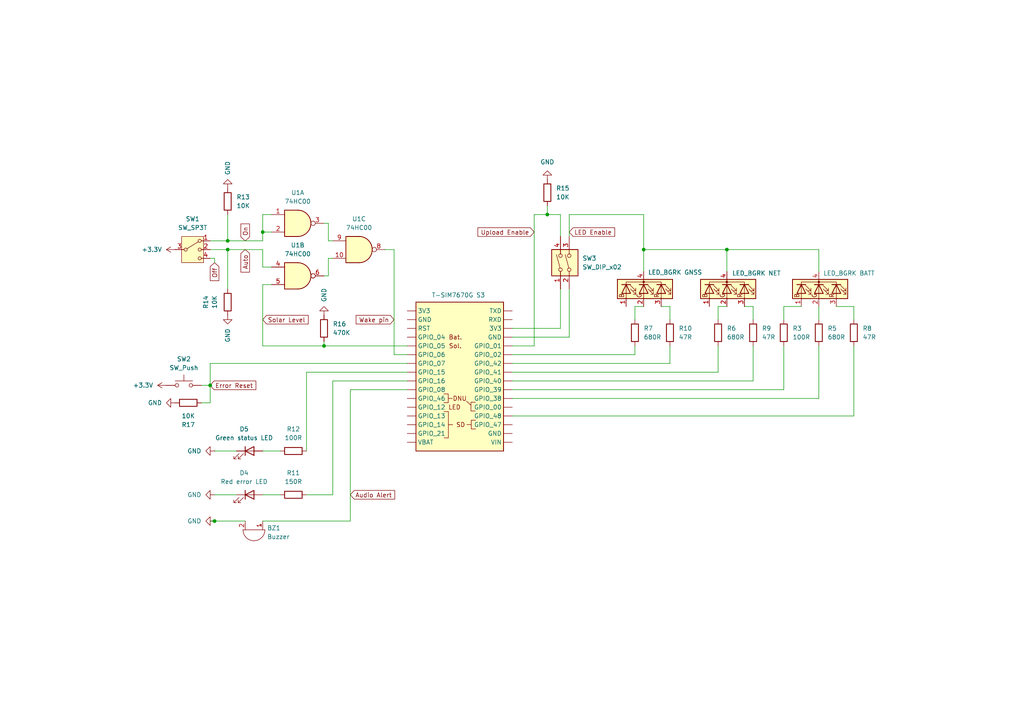
<source format=kicad_sch>
(kicad_sch (version 20250114) (generator "eeschema") (generator_version "9.0")
  (paper "A4")
  (title_block (title "Trip Tracker Schematic") (date "2025-04-05") (rev "1"))
  (lib_symbols
    (symbol "74xx:74HC00" (pin_names (offset 1.016))
      (property "Reference" "U" (at 0 1.27 0))
      (property "Value" "74HC00" (at 0 -1.27 0))
      (symbol "74HC00_1_1"
        (arc (start 0 3.81) (mid 3.7934 0) (end 0 -3.81) (stroke (width 0.254)) (fill (type background)))
        (polyline (pts (xy 0 3.81) (xy -3.81 3.81) (xy -3.81 -3.81) (xy 0 -3.81)) (stroke (width 0.254)) (fill (type background)))
        (pin input line (at -7.62 2.54 0) (length 3.81) (name "~") (number "1"))
        (pin input line (at -7.62 -2.54 0) (length 3.81) (name "~") (number "2"))
        (pin output inverted (at 7.62 0 180) (length 3.81) (name "~") (number "3"))
      )
      (symbol "74HC00_1_2"
        (arc (start -3.81 3.81) (mid -2.589 0) (end -3.81 -3.81) (stroke (width 0.254)))
        (polyline (pts (xy -3.81 3.81) (xy -0.635 3.81)) (stroke (width 0.254)) (fill (type background)))
        (polyline (pts (xy -3.81 -3.81) (xy -0.635 -3.81)) (stroke (width 0.254)) (fill (type background)))
        (arc (start 3.81 0) (mid 2.1855 -2.584) (end -0.6096 -3.81) (stroke (width 0.254)) (fill (type background)))
        (arc (start -0.6096 3.81) (mid 2.1928 2.5924) (end 3.81 0) (stroke (width 0.254)) (fill (type background)))
        (polyline (pts (xy -0.635 3.81) (xy -3.81 3.81) (xy -3.81 3.81) (xy -3.556 3.4036) (xy -3.0226 2.2606) (xy -2.6924 1.0414) (xy -2.6162 -0.254) (xy -2.7686 -1.4986) (xy -3.175 -2.7178) (xy -3.81 -3.81) (xy -3.81 -3.81) (xy -0.635 -3.81)) (stroke (width -25.4)) (fill (type background)))
        (pin input inverted (at -7.62 2.54 0) (length 4.318) (name "~") (number "1"))
        (pin input inverted (at -7.62 -2.54 0) (length 4.318) (name "~") (number "2"))
        (pin output line (at 7.62 0 180) (length 3.81) (name "~") (number "3"))
      )
      (symbol "74HC00_2_1"
        (arc (start 0 3.81) (mid 3.7934 0) (end 0 -3.81) (stroke (width 0.254)) (fill (type background)))
        (polyline (pts (xy 0 3.81) (xy -3.81 3.81) (xy -3.81 -3.81) (xy 0 -3.81)) (stroke (width 0.254)) (fill (type background)))
        (pin input line (at -7.62 2.54 0) (length 3.81) (name "~") (number "4"))
        (pin input line (at -7.62 -2.54 0) (length 3.81) (name "~") (number "5"))
        (pin output inverted (at 7.62 0 180) (length 3.81) (name "~") (number "6"))
      )
      (symbol "74HC00_2_2"
        (arc (start -3.81 3.81) (mid -2.589 0) (end -3.81 -3.81) (stroke (width 0.254)))
        (polyline (pts (xy -3.81 3.81) (xy -0.635 3.81)) (stroke (width 0.254)) (fill (type background)))
        (polyline (pts (xy -3.81 -3.81) (xy -0.635 -3.81)) (stroke (width 0.254)) (fill (type background)))
        (arc (start 3.81 0) (mid 2.1855 -2.584) (end -0.6096 -3.81) (stroke (width 0.254)) (fill (type background)))
        (arc (start -0.6096 3.81) (mid 2.1928 2.5924) (end 3.81 0) (stroke (width 0.254)) (fill (type background)))
        (polyline (pts (xy -0.635 3.81) (xy -3.81 3.81) (xy -3.81 3.81) (xy -3.556 3.4036) (xy -3.0226 2.2606) (xy -2.6924 1.0414) (xy -2.6162 -0.254) (xy -2.7686 -1.4986) (xy -3.175 -2.7178) (xy -3.81 -3.81) (xy -3.81 -3.81) (xy -0.635 -3.81)) (stroke (width -25.4)) (fill (type background)))
        (pin input inverted (at -7.62 2.54 0) (length 4.318) (name "~") (number "4"))
        (pin input inverted (at -7.62 -2.54 0) (length 4.318) (name "~") (number "5"))
        (pin output line (at 7.62 0 180) (length 3.81) (name "~") (number "6"))
      )
      (symbol "74HC00_3_1"
        (arc (start 0 3.81) (mid 3.7934 0) (end 0 -3.81) (stroke (width 0.254)) (fill (type background)))
        (polyline (pts (xy 0 3.81) (xy -3.81 3.81) (xy -3.81 -3.81) (xy 0 -3.81)) (stroke (width 0.254)) (fill (type background)))
        (pin input line (at -7.62 2.54 0) (length 3.81) (name "~") (number "9"))
        (pin input line (at -7.62 -2.54 0) (length 3.81) (name "~") (number "10"))
        (pin output inverted (at 7.62 0 180) (length 3.81) (name "~") (number "8"))
      )
      (symbol "74HC00_3_2"
        (arc (start -3.81 3.81) (mid -2.589 0) (end -3.81 -3.81) (stroke (width 0.254)))
        (polyline (pts (xy -3.81 3.81) (xy -0.635 3.81)) (stroke (width 0.254)) (fill (type background)))
        (polyline (pts (xy -3.81 -3.81) (xy -0.635 -3.81)) (stroke (width 0.254)) (fill (type background)))
        (arc (start 3.81 0) (mid 2.1855 -2.584) (end -0.6096 -3.81) (stroke (width 0.254)) (fill (type background)))
        (arc (start -0.6096 3.81) (mid 2.1928 2.5924) (end 3.81 0) (stroke (width 0.254)) (fill (type background)))
        (polyline (pts (xy -0.635 3.81) (xy -3.81 3.81) (xy -3.81 3.81) (xy -3.556 3.4036) (xy -3.0226 2.2606) (xy -2.6924 1.0414) (xy -2.6162 -0.254) (xy -2.7686 -1.4986) (xy -3.175 -2.7178) (xy -3.81 -3.81) (xy -3.81 -3.81) (xy -0.635 -3.81)) (stroke (width -25.4)) (fill (type background)))
        (pin input inverted (at -7.62 2.54 0) (length 4.318) (name "~") (number "9"))
        (pin input inverted (at -7.62 -2.54 0) (length 4.318) (name "~") (number "10"))
        (pin output line (at 7.62 0 180) (length 3.81) (name "~") (number "8"))
      )
      (symbol "74HC00_4_1"
        (arc (start 0 3.81) (mid 3.7934 0) (end 0 -3.81) (stroke (width 0.254)) (fill (type background)))
        (polyline (pts (xy 0 3.81) (xy -3.81 3.81) (xy -3.81 -3.81) (xy 0 -3.81)) (stroke (width 0.254)) (fill (type background)))
        (pin input line (at -7.62 2.54 0) (length 3.81) (name "~") (number "12"))
        (pin input line (at -7.62 -2.54 0) (length 3.81) (name "~") (number "13"))
        (pin output inverted (at 7.62 0 180) (length 3.81) (name "~") (number "11"))
      )
      (symbol "74HC00_4_2"
        (arc (start -3.81 3.81) (mid -2.589 0) (end -3.81 -3.81) (stroke (width 0.254)))
        (polyline (pts (xy -3.81 3.81) (xy -0.635 3.81)) (stroke (width 0.254)) (fill (type background)))
        (polyline (pts (xy -3.81 -3.81) (xy -0.635 -3.81)) (stroke (width 0.254)) (fill (type background)))
        (arc (start 3.81 0) (mid 2.1855 -2.584) (end -0.6096 -3.81) (stroke (width 0.254)) (fill (type background)))
        (arc (start -0.6096 3.81) (mid 2.1928 2.5924) (end 3.81 0) (stroke (width 0.254)) (fill (type background)))
        (polyline (pts (xy -0.635 3.81) (xy -3.81 3.81) (xy -3.81 3.81) (xy -3.556 3.4036) (xy -3.0226 2.2606) (xy -2.6924 1.0414) (xy -2.6162 -0.254) (xy -2.7686 -1.4986) (xy -3.175 -2.7178) (xy -3.81 -3.81) (xy -3.81 -3.81) (xy -0.635 -3.81)) (stroke (width -25.4)) (fill (type background)))
        (pin input inverted (at -7.62 2.54 0) (length 4.318) (name "~") (number "12"))
        (pin input inverted (at -7.62 -2.54 0) (length 4.318) (name "~") (number "13"))
        (pin output line (at 7.62 0 180) (length 3.81) (name "~") (number "11"))
      )
      (symbol "74HC00_5_0"
        (pin power_in line (at 0 12.7 270) (length 5.08) (name "VCC") (number "14"))
        (pin power_in line (at 0 -12.7 90) (length 5.08) (name "GND") (number "7"))
      )
      (symbol "74HC00_5_1"
        (rectangle (start -5.08 7.62) (end 5.08 -7.62) (stroke (width 0.254)) (fill (type background)))
      )
    )
    (symbol "Device:Buzzer" (pin_names (offset 0.0254) (hide yes))
      (property "Reference" "BZ" (at 3.81 1.27 0))
      (property "Value" "Buzzer" (at 3.81 -1.27 0))
      (symbol "Buzzer_0_1"
        (polyline (pts (xy -1.651 1.905) (xy -1.143 1.905)))
        (polyline (pts (xy -1.397 2.159) (xy -1.397 1.651)))
        (arc (start 0 3.175) (mid 3.1612 0) (end 0 -3.175))
        (polyline (pts (xy 0 3.175) (xy 0 -3.175)))
      )
      (symbol "Buzzer_1_1"
        (pin passive line (at -2.54 2.54 0) (length 2.54) (name "+") (number "1"))
        (pin passive line (at -2.54 -2.54 0) (length 2.54) (name "-") (number "2"))
      )
    )
    (symbol "Device:LED" (pin_numbers (hide yes)) (pin_names (offset 1.016) (hide yes))
      (property "Reference" "D" (at 0 2.54 0))
      (property "Value" "LED" (at 0 -2.54 0))
      (symbol "LED_0_1"
        (polyline (pts (xy -3.048 -0.762) (xy -4.572 -2.286) (xy -3.81 -2.286) (xy -4.572 -2.286) (xy -4.572 -1.524)))
        (polyline (pts (xy -1.778 -0.762) (xy -3.302 -2.286) (xy -2.54 -2.286) (xy -3.302 -2.286) (xy -3.302 -1.524)))
        (polyline (pts (xy -1.27 0) (xy 1.27 0)))
        (polyline (pts (xy -1.27 -1.27) (xy -1.27 1.27)) (stroke (width 0.254)))
        (polyline (pts (xy 1.27 -1.27) (xy 1.27 1.27) (xy -1.27 0) (xy 1.27 -1.27)) (stroke (width 0.254)))
      )
      (symbol "LED_1_1"
        (pin passive line (at -3.81 0 0) (length 2.54) (name "K") (number "1"))
        (pin passive line (at 3.81 0 180) (length 2.54) (name "A") (number "2"))
      )
    )
    (symbol "Device:LED_BGRK" (pin_names (offset 0) (hide yes))
      (property "Reference" "D" (at 0 9.398 0))
      (property "Value" "LED_BGRK" (at 0 -8.89 0))
      (symbol "LED_BGRK_0_0"
        (text "R" (at 1.905 3.81 0) (effects (font (size 1.27 1.27))))
        (text "G" (at 1.905 -1.27 0) (effects (font (size 1.27 1.27))))
        (text "B" (at 1.905 -6.35 0) (effects (font (size 1.27 1.27))))
      )
      (symbol "LED_BGRK_0_1"
        (circle (center -2.032 0) (radius 0.254) (fill (type outline)))
        (polyline (pts (xy -1.27 6.35) (xy -1.27 3.81)) (stroke (width 0.254)))
        (polyline (pts (xy -1.27 6.35) (xy -1.27 3.81) (xy -1.27 3.81)))
        (polyline (pts (xy -1.27 5.08) (xy 1.27 5.08)))
        (polyline (pts (xy -1.27 5.08) (xy -2.032 5.08) (xy -2.032 -5.08) (xy -1.016 -5.08)))
        (polyline (pts (xy -1.27 1.27) (xy -1.27 -1.27)) (stroke (width 0.254)))
        (polyline (pts (xy -1.27 1.27) (xy -1.27 -1.27) (xy -1.27 -1.27)))
        (polyline (pts (xy -1.27 0) (xy -2.54 0)))
        (polyline (pts (xy -1.27 -3.81) (xy -1.27 -6.35)) (stroke (width 0.254)))
        (polyline (pts (xy -1.27 -5.08) (xy 1.27 -5.08)))
        (polyline (pts (xy -1.016 6.35) (xy 0.508 7.874) (xy -0.254 7.874) (xy 0.508 7.874) (xy 0.508 7.112)))
        (polyline (pts (xy -1.016 1.27) (xy 0.508 2.794) (xy -0.254 2.794) (xy 0.508 2.794) (xy 0.508 2.032)))
        (polyline (pts (xy -1.016 -3.81) (xy 0.508 -2.286) (xy -0.254 -2.286) (xy 0.508 -2.286) (xy 0.508 -3.048)))
        (polyline (pts (xy 0 6.35) (xy 1.524 7.874) (xy 0.762 7.874) (xy 1.524 7.874) (xy 1.524 7.112)))
        (polyline (pts (xy 0 1.27) (xy 1.524 2.794) (xy 0.762 2.794) (xy 1.524 2.794) (xy 1.524 2.032)))
        (polyline (pts (xy 0 -3.81) (xy 1.524 -2.286) (xy 0.762 -2.286) (xy 1.524 -2.286) (xy 1.524 -3.048)))
        (polyline (pts (xy 1.27 6.35) (xy 1.27 3.81) (xy -1.27 5.08) (xy 1.27 6.35)) (stroke (width 0.254)))
        (rectangle (start 1.27 6.35) (end 1.27 6.35))
        (polyline (pts (xy 1.27 5.08) (xy 2.54 5.08)))
        (rectangle (start 1.27 3.81) (end 1.27 6.35))
        (polyline (pts (xy 1.27 1.27) (xy 1.27 -1.27) (xy -1.27 0) (xy 1.27 1.27)) (stroke (width 0.254)))
        (rectangle (start 1.27 1.27) (end 1.27 1.27))
        (polyline (pts (xy 1.27 0) (xy -1.27 0)))
        (polyline (pts (xy 1.27 0) (xy 2.54 0)))
        (rectangle (start 1.27 -1.27) (end 1.27 1.27))
        (polyline (pts (xy 1.27 -3.81) (xy 1.27 -6.35) (xy -1.27 -5.08) (xy 1.27 -3.81)) (stroke (width 0.254)))
        (polyline (pts (xy 1.27 -5.08) (xy 2.54 -5.08)))
        (rectangle (start 2.794 8.382) (end -2.794 -7.62) (stroke (width 0.254)) (fill (type background)))
      )
      (symbol "LED_BGRK_1_1"
        (pin passive line (at -5.08 0 0) (length 2.54) (name "K") (number "4"))
        (pin passive line (at 5.08 5.08 180) (length 2.54) (name "RA") (number "3"))
        (pin passive line (at 5.08 0 180) (length 2.54) (name "GA") (number "2"))
        (pin passive line (at 5.08 -5.08 180) (length 2.54) (name "BA") (number "1"))
      )
    )
    (symbol "Device:R" (pin_numbers (hide yes)) (pin_names (offset 0))
      (property "Reference" "R" (at 2.032 0 90))
      (property "Value" "R" (at 0 0 90))
      (symbol "R_0_1"
        (rectangle (start -1.016 -2.54) (end 1.016 2.54) (stroke (width 0.254)))
      )
      (symbol "R_1_1"
        (pin passive line (at 0 3.81 270) (length 1.27) (name "~") (number "1"))
        (pin passive line (at 0 -3.81 90) (length 1.27) (name "~") (number "2"))
      )
    )
    (symbol "RF_Module:ESP32-S3-WROOM-1"
      (property "Value" "T-SIM7670G S3" (at 7.366 23.622 0))
      (symbol "ESP32-S3-WROOM-1_0_0"
        (rectangle (start -12.7 21.59) (end 12.7 -21.59) (stroke (width 0.254)) (fill (type background)))
      )
      (symbol "ESP32-S3-WROOM-1_0_1"
        (polyline (pts (xy -4.6174 -5.0386) (xy -3.3474 -5.0386) (xy -3.3474 -7.5787) (xy -4.6174 -7.5786)))
        (polyline (pts (xy -4.5694 -10.1593) (xy -3.2994 -10.1592) (xy -3.2994 -17.7793) (xy -4.5694 -17.7793)))
        (polyline (pts (xy -3.2994 -13.9693) (xy -2.0294 -13.9693)))
        (polyline (pts (xy -2.1293 -6.3499) (xy -3.3106 -6.3499)))
        (polyline (pts (xy 3.2298 -8.3098) (xy 1.9498 -7.1137)))
        (polyline (pts (xy 3.3294 -13.9291) (xy 2.0594 -13.9291)))
        (polyline (pts (xy 4.5178 -9.9781) (xy 3.2478 -9.9781) (xy 3.2478 -7.438) (xy 4.5178 -7.4381)))
        (polyline (pts (xy 4.5994 -15.1991) (xy 3.3294 -15.1991) (xy 3.3294 -12.659) (xy 4.5994 -12.6591)))
      )
      (symbol "ESP32-S3-WROOM-1_1_1"
        (text "LED" (at -1.524 -8.89 0) (effects (font (size 1.27 1.27))))
        (text "Bat." (at -1.27 11.43 0) (effects (font (size 1.27 1.27))))
        (text "Sol." (at -1.27 8.89 0) (effects (font (size 1.27 1.27))))
        (text "DNU" (at 0 -6.35 0) (effects (font (size 1.27 1.27))))
        (text "SD" (at 0.254 -13.97 0) (effects (font (size 1.27 1.27))))
        (pin power_out line (at -15.24 19.05 0) (length 2.54) (name "3V3") (number ""))
        (pin power_out line (at -15.24 16.51 0) (length 2.54) (name "GND") (number ""))
        (pin input line (at -15.24 13.97 0) (length 2.54) (name "RST") (number ""))
        (pin bidirectional line (at -15.24 11.43 0) (length 2.54) (name "GPIO_04") (number ""))
        (pin bidirectional line (at -15.24 8.89 0) (length 2.54) (name "GPIO_05") (number ""))
        (pin bidirectional line (at -15.24 6.35 0) (length 2.54) (name "GPIO_06") (number ""))
        (pin bidirectional line (at -15.24 3.81 0) (length 2.54) (name "GPIO_07") (number ""))
        (pin bidirectional line (at -15.24 1.27 0) (length 2.54) (name "GPIO_15") (number ""))
        (pin bidirectional line (at -15.24 -1.27 0) (length 2.54) (name "GPIO_16") (number ""))
        (pin bidirectional line (at -15.24 -3.81 0) (length 2.54) (name "GPIO_08") (number ""))
        (pin bidirectional line (at -15.24 -6.35 0) (length 2.54) (name "GPIO_46") (number ""))
        (pin bidirectional line (at -15.24 -8.89 0) (length 2.54) (name "GPIO_12") (number ""))
        (pin bidirectional line (at -15.24 -11.43 0) (length 2.54) (name "GPIO_13") (number ""))
        (pin bidirectional line (at -15.24 -13.97 0) (length 2.54) (name "GPIO_14") (number ""))
        (pin bidirectional line (at -15.24 -16.51 0) (length 2.54) (name "GPIO_21") (number ""))
        (pin bidirectional line (at -15.24 -19.05 0) (length 2.54) (name "VBAT") (number ""))
        (pin bidirectional line (at 15.24 19.05 180) (length 2.54) (name "TXD") (number ""))
        (pin bidirectional line (at 15.24 16.51 180) (length 2.54) (name "RXD") (number ""))
        (pin power_out line (at 15.24 13.97 180) (length 2.54) (name "3V3") (number ""))
        (pin power_out line (at 15.24 11.43 180) (length 2.54) (name "GND") (number ""))
        (pin bidirectional line (at 15.24 8.89 180) (length 2.54) (name "GPIO_01") (number ""))
        (pin bidirectional line (at 15.24 6.35 180) (length 2.54) (name "GPIO_02") (number ""))
        (pin bidirectional line (at 15.24 3.81 180) (length 2.54) (name "GPIO_42") (number ""))
        (pin bidirectional line (at 15.24 1.27 180) (length 2.54) (name "GPIO_41") (number ""))
        (pin bidirectional line (at 15.24 -1.27 180) (length 2.54) (name "GPIO_40") (number ""))
        (pin bidirectional line (at 15.24 -3.81 180) (length 2.54) (name "GPIO_39") (number ""))
        (pin bidirectional line (at 15.24 -6.35 180) (length 2.54) (name "GPIO_38") (number ""))
        (pin bidirectional line (at 15.24 -8.89 180) (length 2.54) (name "GPIO_00") (number ""))
        (pin bidirectional line (at 15.24 -11.43 180) (length 2.54) (name "GPIO_48") (number ""))
        (pin bidirectional line (at 15.24 -13.97 180) (length 2.54) (name "GPIO_47") (number ""))
        (pin power_out line (at 15.24 -16.51 180) (length 2.54) (name "GND") (number ""))
        (pin power_in line (at 15.24 -19.05 180) (length 2.54) (name "VIN") (number ""))
      )
    )
    (symbol "Switch:SW_DIP_x02" (pin_names (offset 0) (hide yes))
      (property "Reference" "SW" (at 0 6.35 0))
      (property "Value" "SW_DIP_x02" (at 0 -3.81 0))
      (symbol "SW_DIP_x02_0_0"
        (circle (center -2.032 2.54) (radius 0.508))
        (circle (center -2.032 0) (radius 0.508))
        (polyline (pts (xy -1.524 2.667) (xy 2.3622 3.7084)))
        (polyline (pts (xy -1.524 0.127) (xy 2.3622 1.1684)))
        (circle (center 2.032 2.54) (radius 0.508))
        (circle (center 2.032 0) (radius 0.508))
      )
      (symbol "SW_DIP_x02_0_1"
        (rectangle (start -3.81 5.08) (end 3.81 -2.54) (stroke (width 0.254)) (fill (type background)))
      )
      (symbol "SW_DIP_x02_1_1"
        (pin passive line (at -7.62 2.54 0) (length 5.08) (name "~") (number "1"))
        (pin passive line (at -7.62 0 0) (length 5.08) (name "~") (number "2"))
        (pin passive line (at 7.62 2.54 180) (length 5.08) (name "~") (number "4"))
        (pin passive line (at 7.62 0 180) (length 5.08) (name "~") (number "3"))
      )
    )
    (symbol "Switch:SW_Push" (pin_numbers (hide yes)) (pin_names (offset 1.016) (hide yes))
      (property "Reference" "SW" (at 1.27 2.54 0))
      (property "Value" "SW_Push" (at 0 -1.524 0))
      (symbol "SW_Push_0_1"
        (circle (center -2.032 0) (radius 0.508))
        (polyline (pts (xy 0 1.27) (xy 0 3.048)))
        (circle (center 2.032 0) (radius 0.508))
        (polyline (pts (xy 2.54 1.27) (xy -2.54 1.27)))
        (pin passive line (at -5.08 0 0) (length 2.54) (name "1") (number "1"))
        (pin passive line (at 5.08 0 180) (length 2.54) (name "2") (number "2"))
      )
    )
    (symbol "Switch:SW_SP3T" (pin_names (offset 0) (hide yes))
      (property "Reference" "SW" (at 0 5.08 0))
      (property "Value" "SW_SP3T" (at 0 -5.08 0))
      (symbol "SW_SP3T_0_1"
        (circle (center -2.032 0) (radius 0.4572))
        (polyline (pts (xy -1.651 0.254) (xy 1.651 2.286)))
        (circle (center 2.032 2.54) (radius 0.4572))
        (circle (center 2.032 0) (radius 0.4572))
        (circle (center 2.032 -2.54) (radius 0.4572))
      )
      (symbol "SW_SP3T_1_1"
        (rectangle (start -3.175 3.81) (end 3.175 -3.81) (fill (type background)))
        (pin passive line (at -5.08 0 0) (length 2.54) (name "3") (number "3"))
        (pin passive line (at 5.08 2.54 180) (length 2.54) (name "1") (number "1"))
        (pin passive line (at 5.08 0 180) (length 2.54) (name "2") (number "2"))
        (pin passive line (at 5.08 -2.54 180) (length 2.54) (name "4") (number "4"))
      )
    )
    (symbol "power:+3.3V" (power) (pin_numbers (hide yes)) (pin_names (offset 0) (hide yes))
      (property "Value" "+3.3V" (at 0 3.556 0))
      (symbol "+3.3V_0_1"
        (polyline (pts (xy -0.762 1.27) (xy 0 2.54)))
        (polyline (pts (xy 0 2.54) (xy 0.762 1.27)))
        (polyline (pts (xy 0 0) (xy 0 2.54)))
      )
      (symbol "+3.3V_1_1"
        (pin power_in line (at 0 0 90) (length 0) (name "~") (number "1"))
      )
    )
    (symbol "power:GND" (power) (pin_numbers (hide yes)) (pin_names (offset 0) (hide yes))
      (property "Value" "GND" (at 0 -3.81 0))
      (symbol "GND_0_1"
        (polyline (pts (xy 0 0) (xy 0 -1.27) (xy 1.27 -1.27) (xy 0 -2.54) (xy -1.27 -1.27) (xy 0 -1.27)))
      )
      (symbol "GND_1_1"
        (pin power_in line (at 0 0 270) (length 0) (name "~") (number "1"))
      )
    )
  )
  (junction (at 60.96 111.76))
  (junction (at 76.2 67.31))
  (junction (at 210.82 72.39))
  (junction (at 186.69 72.39))
  (junction (at 158.75 62.23))
  (junction (at 62.23 151.13))
  (junction (at 93.98 100.33))
  (junction (at 66.04 69.85))
  (junction (at 66.04 72.39))
  (wire (pts (xy 60.96 111.76) (xy 60.96 116.84)))
  (wire (pts (xy 186.69 72.39) (xy 210.82 72.39)))
  (wire (pts (xy 184.15 88.9) (xy 184.15 92.71)))
  (wire (pts (xy 95.25 74.93) (xy 95.25 80.01)))
  (wire (pts (xy 194.31 100.33) (xy 194.31 105.41)))
  (wire (pts (xy 237.49 100.33) (xy 237.49 115.57)))
  (wire (pts (xy 58.42 111.76) (xy 60.96 111.76)))
  (wire (pts (xy 148.59 97.79) (xy 165.1 97.79)))
  (wire (pts (xy 62.23 74.93) (xy 60.96 74.93)))
  (wire (pts (xy 76.2 100.33) (xy 93.98 100.33)))
  (wire (pts (xy 96.52 74.93) (xy 95.25 74.93)))
  (wire (pts (xy 158.75 62.23) (xy 162.56 62.23)))
  (wire (pts (xy 58.42 116.84) (xy 60.96 116.84)))
  (wire (pts (xy 218.44 100.33) (xy 218.44 110.49)))
  (wire (pts (xy 194.31 88.9) (xy 194.31 92.71)))
  (wire (pts (xy 81.28 130.81) (xy 76.2 130.81)))
  (wire (pts (xy 66.04 69.85) (xy 76.2 69.85)))
  (wire (pts (xy 93.98 99.06) (xy 93.98 100.33)))
  (wire (pts (xy 60.96 151.13) (xy 62.23 151.13)))
  (wire (pts (xy 247.65 120.65) (xy 148.59 120.65)))
  (wire (pts (xy 227.33 100.33) (xy 227.33 113.03)))
  (wire (pts (xy 95.25 69.85) (xy 95.25 64.77)))
  (wire (pts (xy 66.04 72.39) (xy 76.2 72.39)))
  (wire (pts (xy 96.52 110.49) (xy 118.11 110.49)))
  (wire (pts (xy 95.25 64.77) (xy 93.98 64.77)))
  (wire (pts (xy 154.94 62.23) (xy 158.75 62.23)))
  (wire (pts (xy 148.59 110.49) (xy 218.44 110.49)))
  (wire (pts (xy 237.49 72.39) (xy 237.49 78.74)))
  (wire (pts (xy 186.69 62.23) (xy 186.69 72.39)))
  (wire (pts (xy 247.65 88.9) (xy 247.65 92.71)))
  (wire (pts (xy 60.96 105.41) (xy 60.96 111.76)))
  (wire (pts (xy 101.6 113.03) (xy 118.11 113.03)))
  (wire (pts (xy 96.52 143.51) (xy 88.9 143.51)))
  (wire (pts (xy 165.1 62.23) (xy 186.69 62.23)))
  (wire (pts (xy 62.23 151.13) (xy 71.12 151.13)))
  (wire (pts (xy 210.82 72.39) (xy 210.82 78.74)))
  (wire (pts (xy 96.52 69.85) (xy 95.25 69.85)))
  (wire (pts (xy 165.1 97.79) (xy 165.1 83.82)))
  (wire (pts (xy 194.31 105.41) (xy 148.59 105.41)))
  (wire (pts (xy 60.96 105.41) (xy 118.11 105.41)))
  (wire (pts (xy 96.52 110.49) (xy 96.52 143.51)))
  (wire (pts (xy 218.44 88.9) (xy 218.44 92.71)))
  (wire (pts (xy 237.49 92.71) (xy 237.49 88.9)))
  (wire (pts (xy 76.2 62.23) (xy 76.2 67.31)))
  (wire (pts (xy 210.82 72.39) (xy 237.49 72.39)))
  (wire (pts (xy 218.44 88.9) (xy 215.9 88.9)))
  (wire (pts (xy 194.31 88.9) (xy 191.77 88.9)))
  (wire (pts (xy 93.98 100.33) (xy 118.11 100.33)))
  (wire (pts (xy 60.96 72.39) (xy 66.04 72.39)))
  (wire (pts (xy 227.33 88.9) (xy 227.33 92.71)))
  (wire (pts (xy 95.25 80.01) (xy 93.98 80.01)))
  (wire (pts (xy 208.28 100.33) (xy 208.28 107.95)))
  (wire (pts (xy 227.33 113.03) (xy 148.59 113.03)))
  (wire (pts (xy 76.2 77.47) (xy 76.2 72.39)))
  (wire (pts (xy 76.2 82.55) (xy 76.2 100.33)))
  (wire (pts (xy 154.94 100.33) (xy 148.59 100.33)))
  (wire (pts (xy 247.65 100.33) (xy 247.65 120.65)))
  (wire (pts (xy 165.1 62.23) (xy 165.1 68.58)))
  (wire (pts (xy 162.56 95.25) (xy 162.56 83.82)))
  (wire (pts (xy 88.9 107.95) (xy 118.11 107.95)))
  (wire (pts (xy 66.04 62.23) (xy 66.04 69.85)))
  (wire (pts (xy 81.28 143.51) (xy 76.2 143.51)))
  (wire (pts (xy 66.04 72.39) (xy 66.04 83.82)))
  (wire (pts (xy 76.2 67.31) (xy 78.74 67.31)))
  (wire (pts (xy 76.2 62.23) (xy 78.74 62.23)))
  (wire (pts (xy 184.15 100.33) (xy 184.15 102.87)))
  (wire (pts (xy 154.94 62.23) (xy 154.94 100.33)))
  (wire (pts (xy 60.96 69.85) (xy 66.04 69.85)))
  (wire (pts (xy 184.15 102.87) (xy 148.59 102.87)))
  (wire (pts (xy 101.6 113.03) (xy 101.6 151.13)))
  (wire (pts (xy 247.65 88.9) (xy 242.57 88.9)))
  (wire (pts (xy 184.15 88.9) (xy 186.69 88.9)))
  (wire (pts (xy 88.9 107.95) (xy 88.9 130.81)))
  (wire (pts (xy 114.3 72.39) (xy 114.3 102.87)))
  (wire (pts (xy 148.59 95.25) (xy 162.56 95.25)))
  (wire (pts (xy 114.3 102.87) (xy 118.11 102.87)))
  (wire (pts (xy 158.75 59.69) (xy 158.75 62.23)))
  (wire (pts (xy 186.69 72.39) (xy 186.69 78.74)))
  (wire (pts (xy 208.28 88.9) (xy 208.28 92.71)))
  (wire (pts (xy 76.2 69.85) (xy 76.2 67.31)))
  (wire (pts (xy 76.2 77.47) (xy 78.74 77.47)))
  (wire (pts (xy 101.6 151.13) (xy 76.2 151.13)))
  (wire (pts (xy 62.23 130.81) (xy 68.58 130.81)))
  (wire (pts (xy 62.23 76.2) (xy 62.23 74.93)))
  (wire (pts (xy 227.33 88.9) (xy 232.41 88.9)))
  (wire (pts (xy 76.2 82.55) (xy 78.74 82.55)))
  (wire (pts (xy 62.23 143.51) (xy 68.58 143.51)))
  (wire (pts (xy 208.28 88.9) (xy 210.82 88.9)))
  (wire (pts (xy 237.49 115.57) (xy 148.59 115.57)))
  (wire (pts (xy 208.28 107.95) (xy 148.59 107.95)))
  (wire (pts (xy 114.3 72.39) (xy 111.76 72.39)))
  (wire (pts (xy 162.56 62.23) (xy 162.56 68.58)))
  (global_label "LED Enable" (shape input) (at 165.1 67.31 0) (property "Intersheetrefs" "${INTERSHEET_REFS}" (effects (hide yes))))
  (global_label "Error Reset" (shape input) (at 60.96 111.76 0) (property "Intersheetrefs" "${INTERSHEET_REFS}" (effects (hide yes))))
  (global_label "On" (shape input) (at 71.12 69.85 90) (property "Intersheetrefs" "${INTERSHEET_REFS}" (effects (hide yes))))
  (global_label "Audio Alert" (shape input) (at 101.6 143.51 0) (property "Intersheetrefs" "${INTERSHEET_REFS}" (effects (hide yes))))
  (global_label "Upload Enable" (shape input) (at 154.94 67.31 180) (property "Intersheetrefs" "${INTERSHEET_REFS}" (effects (hide yes))))
  (global_label "Solar Level" (shape input) (at 76.2 92.71 0) (property "Intersheetrefs" "${INTERSHEET_REFS}" (effects (hide yes))))
  (global_label "Auto" (shape input) (at 71.12 72.39 270) (property "Intersheetrefs" "${INTERSHEET_REFS}" (effects (hide yes))))
  (global_label "Off" (shape input) (at 62.23 76.2 270) (property "Intersheetrefs" "${INTERSHEET_REFS}" (effects (hide yes))))
  (global_label "Wake pin" (shape input) (at 114.3 92.71 180) (property "Intersheetrefs" "${INTERSHEET_REFS}" (effects (hide yes))))
  (symbol (lib_id "Device:R") (at 227.33 96.52 0) (unit 1)
    (property "Reference" "R3" (at 229.87 95.2499 0) (effects (justify left)))
    (property "Value" "100R" (at 229.87 97.7899 0) (effects (justify left)))
    (property "Description" "Resistor" (effects (hide yes)))
  )
  (symbol (lib_id "Device:R") (at 85.09 143.51 270) (unit 1)
    (property "Reference" "R11" (at 85.09 137.16 90))
    (property "Value" "150R" (at 85.09 139.7 90))
    (property "Description" "Resistor" (effects (hide yes)))
  )
  (symbol (lib_id "Device:LED_BGRK") (at 210.82 83.82 270) (unit 1)
    (property "Reference" "D2" (effects (hide yes)))
    (property "Value" "LED_BGRK NET" (at 212.344 79.248 90) (effects (justify left)))
    (property "Description" "RGB LED, blue/green/red/cathode" (effects (hide yes)))
  )
  (symbol (lib_id "Device:Buzzer") (at 73.66 153.67 270) (unit 1)
    (property "Reference" "BZ1" (at 77.47 153.155 90) (effects (justify left)))
    (property "Value" "Buzzer" (at 77.47 155.695 90) (effects (justify left)))
    (property "Description" "Buzzer, polarized" (effects (hide yes)))
  )
  (symbol (lib_id "power:+3.3V") (at 48.26 111.76 90) (unit 1)
    (property "Reference" "#PWR011" (effects (hide yes)))
    (property "Value" "+3.3V" (at 44.45 111.7599 90) (effects (justify left)))
    (property "Description" "Power symbol creates a global label with name \"+3.3V\"" (effects (hide yes)))
  )
  (symbol (lib_id "power:GND") (at 50.8 116.84 270) (unit 1)
    (property "Reference" "#PWR010" (effects (hide yes)))
    (property "Value" "GND" (at 46.99 116.8399 90) (effects (justify right)))
    (property "Description" "Power symbol creates a global label with name \"GND\" , ground" (effects (hide yes)))
  )
  (symbol (lib_id "Device:LED_BGRK") (at 237.49 83.82 270) (unit 1)
    (property "Reference" "D3" (effects (hide yes)))
    (property "Value" "LED_BGRK BATT" (at 238.76 79.248 90) (effects (justify left)))
    (property "Description" "RGB LED, blue/green/red/cathode" (effects (hide yes)))
  )
  (symbol (lib_id "74xx:74HC00") (at 86.36 64.77 0) (unit 1)
    (property "Reference" "U1" (at 86.3517 55.88 0))
    (property "Value" "74HC00" (at 86.3517 58.42 0))
    (property "Datasheet" "http://www.ti.com/lit/gpn/sn74hc00" (effects (hide yes)))
    (property "Description" "quad 2-input NAND gate" (effects (hide yes)))
  )
  (symbol (lib_id "power:GND") (at 93.98 91.44 180) (unit 1)
    (property "Reference" "#PWR07" (effects (hide yes)))
    (property "Value" "GND" (at 93.9801 87.63 90) (effects (justify right)))
    (property "Description" "Power symbol creates a global label with name \"GND\" , ground" (effects (hide yes)))
  )
  (symbol (lib_id "Device:R") (at 66.04 58.42 0) (unit 1)
    (property "Reference" "R13" (at 68.58 57.1499 0) (effects (justify left)))
    (property "Value" "10K" (at 68.58 59.6899 0) (effects (justify left)))
    (property "Description" "Resistor" (effects (hide yes)))
  )
  (symbol (lib_id "Switch:SW_DIP_x02") (at 165.1 76.2 90) (unit 1)
    (property "Reference" "SW3" (at 168.91 74.9299 90) (effects (justify right)))
    (property "Value" "SW_DIP_x02" (at 168.91 77.4699 90) (effects (justify right)))
    (property "Description" "2x DIP Switch, Single Pole Single Throw (SPST) switch, small symbol" (effects (hide yes)))
  )
  (symbol (lib_id "Device:LED_BGRK") (at 186.69 83.82 270) (unit 1)
    (property "Reference" "D1" (effects (hide yes)))
    (property "Value" "LED_BGRK GNSS" (at 187.96 78.994 90) (effects (justify left)))
    (property "Description" "RGB LED, blue/green/red/cathode" (effects (hide yes)))
  )
  (symbol (lib_id "Device:R") (at 184.15 96.52 0) (unit 1)
    (property "Reference" "R7" (at 186.69 95.2499 0) (effects (justify left)))
    (property "Value" "680R" (at 186.69 97.7899 0) (effects (justify left)))
    (property "Description" "Resistor" (effects (hide yes)))
  )
  (symbol (lib_id "Device:R") (at 247.65 96.52 0) (unit 1)
    (property "Reference" "R8" (at 250.19 95.2499 0) (effects (justify left)))
    (property "Value" "47R" (at 250.19 97.7899 0) (effects (justify left)))
    (property "Description" "Resistor" (effects (hide yes)))
  )
  (symbol (lib_id "Device:R") (at 93.98 95.25 0) (unit 1)
    (property "Reference" "R16" (at 96.52 93.9799 0) (effects (justify left)))
    (property "Value" "470K" (at 96.52 96.5199 0) (effects (justify left)))
    (property "Description" "Resistor" (effects (hide yes)))
  )
  (symbol (lib_id "Device:R") (at 66.04 87.63 180) (unit 1)
    (property "Reference" "R14" (at 59.69 87.63 90))
    (property "Value" "10K" (at 62.23 87.63 90))
    (property "Description" "Resistor" (effects (hide yes)))
  )
  (symbol (lib_id "Device:R") (at 194.31 96.52 0) (unit 1)
    (property "Reference" "R10" (at 196.85 95.2499 0) (effects (justify left)))
    (property "Value" "47R" (at 196.85 97.7899 0) (effects (justify left)))
    (property "Description" "Resistor" (effects (hide yes)))
  )
  (symbol (lib_id "Device:R") (at 218.44 96.52 0) (unit 1)
    (property "Reference" "R9" (at 220.98 95.2499 0) (effects (justify left)))
    (property "Value" "47R" (at 220.98 97.7899 0) (effects (justify left)))
    (property "Description" "Resistor" (effects (hide yes)))
  )
  (symbol (lib_id "RF_Module:ESP32-S3-WROOM-1") (at 133.35 109.22 0) (unit 1)
    (property "Reference" "U2" (effects (hide yes)))
    (property "Value" "T-SIM7670G S3" (at 140.716 85.598 0) (effects (justify right)))
  )
  (symbol (lib_id "power:+3.3V") (at 50.8 72.39 90) (unit 1)
    (property "Reference" "#PWR02" (effects (hide yes)))
    (property "Value" "+3.3V" (at 46.99 72.3899 90) (effects (justify left)))
    (property "Description" "Power symbol creates a global label with name \"+3.3V\"" (effects (hide yes)))
  )
  (symbol (lib_id "Device:R") (at 158.75 55.88 180) (unit 1)
    (property "Reference" "R15" (at 161.29 54.61 0) (effects (justify right)))
    (property "Value" "10K" (at 161.29 57.1499 0) (effects (justify right)))
    (property "Description" "Resistor" (effects (hide yes)))
  )
  (symbol (lib_id "Device:R") (at 208.28 96.52 0) (unit 1)
    (property "Reference" "R6" (at 210.82 95.2499 0) (effects (justify left)))
    (property "Value" "680R" (at 210.82 97.7899 0) (effects (justify left)))
    (property "Description" "Resistor" (effects (hide yes)))
  )
  (symbol (lib_id "74xx:74HC00") (at 86.36 80.01 0) (unit 2)
    (property "Reference" "U1" (at 86.3517 71.12 0))
    (property "Value" "74HC00" (at 86.3517 73.66 0))
    (property "Datasheet" "http://www.ti.com/lit/gpn/sn74hc00" (effects (hide yes)))
    (property "Description" "quad 2-input NAND gate" (effects (hide yes)))
  )
  (symbol (lib_id "Device:LED") (at 72.39 143.51 0) (unit 1)
    (property "Reference" "D4" (at 70.8025 137.16 0))
    (property "Value" "Red error LED" (at 70.8025 139.7 0))
    (property "Description" "Light emitting diode" (effects (hide yes)))
    (property "Sim.Pins" "1=K 2=A" (effects (hide yes)))
  )
  (symbol (lib_id "Switch:SW_Push") (at 53.34 111.76 0) (unit 1)
    (property "Reference" "SW2" (at 53.34 104.14 0))
    (property "Value" "SW_Push" (at 53.34 106.68 0))
    (property "Description" "Push button switch, generic, two pins" (effects (hide yes)))
  )
  (symbol (lib_id "power:GND") (at 66.04 91.44 0) (unit 1)
    (property "Reference" "#PWR04" (effects (hide yes)))
    (property "Value" "GND" (at 66.0399 95.25 90) (effects (justify right)))
    (property "Description" "Power symbol creates a global label with name \"GND\" , ground" (effects (hide yes)))
  )
  (symbol (lib_id "Device:LED") (at 72.39 130.81 0) (unit 1)
    (property "Reference" "D5" (at 70.8025 124.46 0))
    (property "Value" "Green status LED" (at 70.8025 127 0))
    (property "Description" "Light emitting diode" (effects (hide yes)))
    (property "Sim.Pins" "1=K 2=A" (effects (hide yes)))
  )
  (symbol (lib_id "Device:R") (at 54.61 116.84 90) (unit 1)
    (property "Reference" "R17" (at 54.61 123.19 90))
    (property "Value" "10K" (at 54.61 120.65 90))
    (property "Description" "Resistor" (effects (hide yes)))
  )
  (symbol (lib_id "74xx:74HC00") (at 104.14 72.39 0) (unit 3)
    (property "Reference" "U1" (at 104.1317 63.5 0))
    (property "Value" "74HC00" (at 104.1317 66.04 0))
    (property "Datasheet" "http://www.ti.com/lit/gpn/sn74hc00" (effects (hide yes)))
    (property "Description" "quad 2-input NAND gate" (effects (hide yes)))
  )
  (symbol (lib_id "Device:R") (at 237.49 96.52 0) (unit 1)
    (property "Reference" "R5" (at 240.03 95.2499 0) (effects (justify left)))
    (property "Value" "680R" (at 240.03 97.7899 0) (effects (justify left)))
    (property "Description" "Resistor" (effects (hide yes)))
  )
  (symbol (lib_id "power:GND") (at 66.04 54.61 180) (unit 1)
    (property "Reference" "#PWR03" (effects (hide yes)))
    (property "Value" "GND" (at 66.0401 50.8 90) (effects (justify right)))
    (property "Description" "Power symbol creates a global label with name \"GND\" , ground" (effects (hide yes)))
  )
  (symbol (lib_id "Device:R") (at 85.09 130.81 270) (unit 1)
    (property "Reference" "R12" (at 85.09 124.46 90))
    (property "Value" "100R" (at 85.09 127 90))
    (property "Description" "Resistor" (effects (hide yes)))
  )
  (symbol (lib_id "Switch:SW_SP3T") (at 55.88 72.39 0) (unit 1)
    (property "Reference" "SW1" (at 55.88 63.5 0))
    (property "Value" "SW_SP3T" (at 55.88 66.04 0))
    (property "Description" "Switch, three position, single pole triple throw, 3 position switch, SP3T" (effects (hide yes)))
  )
  (symbol (lib_id "power:GND") (at 62.23 130.81 270) (unit 1)
    (property "Reference" "#PWR08" (effects (hide yes)))
    (property "Value" "GND" (at 58.42 130.8099 90) (effects (justify right)))
    (property "Description" "Power symbol creates a global label with name \"GND\" , ground" (effects (hide yes)))
  )
  (symbol (lib_id "power:GND") (at 62.23 151.13 270) (unit 1)
    (property "Reference" "#PWR09" (effects (hide yes)))
    (property "Value" "GND" (at 58.42 151.1299 90) (effects (justify right)))
    (property "Description" "Power symbol creates a global label with name \"GND\" , ground" (effects (hide yes)))
  )
  (symbol (lib_id "power:GND") (at 158.75 52.07 180) (unit 1)
    (property "Reference" "#PWR06" (effects (hide yes)))
    (property "Value" "GND" (at 158.75 46.99 0))
    (property "Description" "Power symbol creates a global label with name \"GND\" , ground" (effects (hide yes)))
  )
  (symbol (lib_id "power:GND") (at 62.23 143.51 270) (unit 1)
    (property "Reference" "#PWR05" (effects (hide yes)))
    (property "Value" "GND" (at 58.42 143.5099 90) (effects (justify right)))
    (property "Description" "Power symbol creates a global label with name \"GND\" , ground" (effects (hide yes)))
  )
)
</source>
